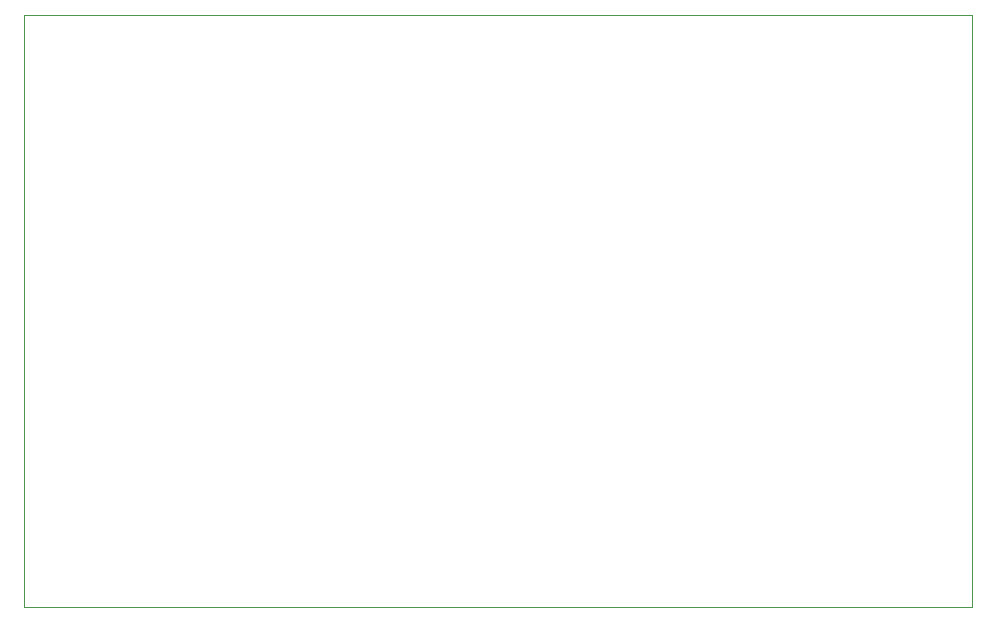
<source format=gbr>
%TF.GenerationSoftware,KiCad,Pcbnew,(6.0.0)*%
%TF.CreationDate,2022-02-01T13:32:59+07:00*%
%TF.ProjectId,egg_pro_mini,6567675f-7072-46f5-9f6d-696e692e6b69,rev?*%
%TF.SameCoordinates,Original*%
%TF.FileFunction,Profile,NP*%
%FSLAX46Y46*%
G04 Gerber Fmt 4.6, Leading zero omitted, Abs format (unit mm)*
G04 Created by KiCad (PCBNEW (6.0.0)) date 2022-02-01 13:32:59*
%MOMM*%
%LPD*%
G01*
G04 APERTURE LIST*
%TA.AperFunction,Profile*%
%ADD10C,0.100000*%
%TD*%
G04 APERTURE END LIST*
D10*
X180870000Y-102120000D02*
X100600000Y-102120000D01*
X100600000Y-102120000D02*
X100600000Y-52010000D01*
X100600000Y-52010000D02*
X180870000Y-52010000D01*
X180870000Y-52010000D02*
X180870000Y-102120000D01*
M02*

</source>
